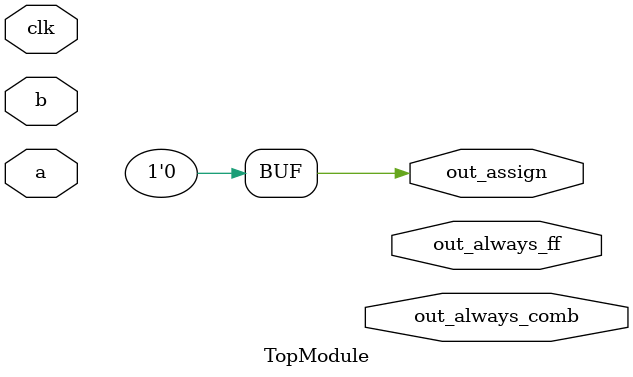
<source format=v>
module TopModule (
  input clk,
  input a,
  input b,
  output out_assign,
  output reg out_always_comb,
  output reg out_always_ff
);

  // Optional: Add comments to describe the module's purpose

  // Example of an initial assignment (can be removed if not needed)
  assign out_assign = 1'b0; 


endmodule
</source>
